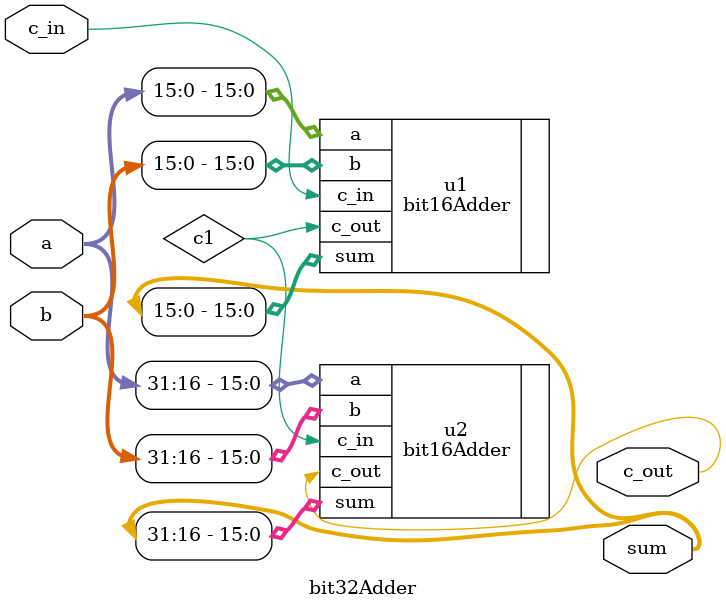
<source format=v>
`timescale 1ns / 1ps


module bit32Adder(
    output wire [31:0] sum,
	output wire c_out,
	input wire [31:0] a,
	input wire [31:0] b,
	input wire c_in
    );
    
    wire c1;
    
    bit16Adder u1(.a(a[15:0]), .b(b[15:0]), .c_in(c_in), .sum(sum[15:0]), .c_out(c1) );
    bit16Adder u2(.a(a[31:16]), .b(b[31:16]), .c_in(c1), .sum(sum[31:16]), .c_out(c_out) );
   
    
endmodule

</source>
